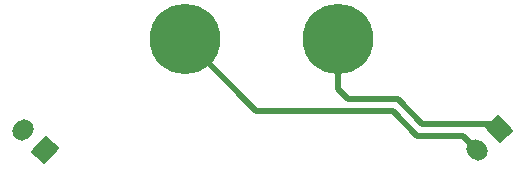
<source format=gbr>
%TF.GenerationSoftware,KiCad,Pcbnew,8.0.3-8.0.3-0~ubuntu22.04.1*%
%TF.CreationDate,2024-06-22T17:40:11-07:00*%
%TF.ProjectId,kraken-can-adapter,6b72616b-656e-42d6-9361-6e2d61646170,2*%
%TF.SameCoordinates,Original*%
%TF.FileFunction,Copper,L2,Bot*%
%TF.FilePolarity,Positive*%
%FSLAX46Y46*%
G04 Gerber Fmt 4.6, Leading zero omitted, Abs format (unit mm)*
G04 Created by KiCad (PCBNEW 8.0.3-8.0.3-0~ubuntu22.04.1) date 2024-06-22 17:40:11*
%MOMM*%
%LPD*%
G01*
G04 APERTURE LIST*
G04 Aperture macros list*
%AMHorizOval*
0 Thick line with rounded ends*
0 $1 width*
0 $2 $3 position (X,Y) of the first rounded end (center of the circle)*
0 $4 $5 position (X,Y) of the second rounded end (center of the circle)*
0 Add line between two ends*
20,1,$1,$2,$3,$4,$5,0*
0 Add two circle primitives to create the rounded ends*
1,1,$1,$2,$3*
1,1,$1,$4,$5*%
%AMRotRect*
0 Rectangle, with rotation*
0 The origin of the aperture is its center*
0 $1 length*
0 $2 width*
0 $3 Rotation angle, in degrees counterclockwise*
0 Add horizontal line*
21,1,$1,$2,0,0,$3*%
G04 Aperture macros list end*
%TA.AperFunction,ComponentPad*%
%ADD10C,5.969000*%
%TD*%
%TA.AperFunction,ComponentPad*%
%ADD11RotRect,1.600200X1.905000X223.000000*%
%TD*%
%TA.AperFunction,ComponentPad*%
%ADD12HorizOval,1.600200X-0.103937X0.111458X0.103937X-0.111458X0*%
%TD*%
%TA.AperFunction,ComponentPad*%
%ADD13RotRect,1.600200X1.905000X137.000000*%
%TD*%
%TA.AperFunction,ComponentPad*%
%ADD14HorizOval,1.600200X0.103937X0.111458X-0.103937X-0.111458X0*%
%TD*%
%TA.AperFunction,Conductor*%
%ADD15C,0.508000*%
%TD*%
G04 APERTURE END LIST*
D10*
%TO.P,J4,1,Pin_1*%
%TO.N,/CAN_H*%
X99745307Y-110386204D03*
%TD*%
%TO.P,J3,1,Pin_1*%
%TO.N,/CAN_L*%
X112750107Y-110386204D03*
%TD*%
D11*
%TO.P,J2,1,Pin_1*%
%TO.N,/CAN_L*%
X126330212Y-117975184D03*
D12*
%TO.P,J2,2,Pin_2*%
%TO.N,/CAN_H*%
X124472574Y-119707460D03*
%TD*%
D13*
%TO.P,J1,1,Pin_1*%
%TO.N,/CAN_L*%
X87943342Y-119766368D03*
D14*
%TO.P,J1,2,Pin_2*%
%TO.N,/CAN_H*%
X86085704Y-118034092D03*
%TD*%
D15*
%TO.N,/CAN_L*%
X126330212Y-117975184D02*
X125855428Y-117500400D01*
X117806902Y-115443000D02*
X113614200Y-115443000D01*
X125855428Y-117500400D02*
X119864302Y-117500400D01*
X113614200Y-115443000D02*
X112750107Y-114578907D01*
X119864302Y-117500400D02*
X117806902Y-115443000D01*
X112750107Y-114578907D02*
X112750107Y-110386204D01*
%TO.N,/CAN_H*%
X124472574Y-119707460D02*
X123281514Y-118516400D01*
X119443462Y-118516400D02*
X117386062Y-116459000D01*
X117386062Y-116459000D02*
X105818103Y-116459000D01*
X105818103Y-116459000D02*
X99745307Y-110386204D01*
X123281514Y-118516400D02*
X119443462Y-118516400D01*
%TD*%
M02*

</source>
